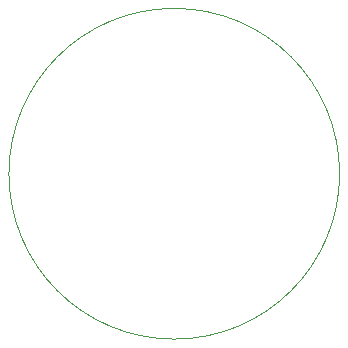
<source format=gbr>
%TF.GenerationSoftware,KiCad,Pcbnew,(5.1.6-0-10_14)*%
%TF.CreationDate,2021-01-01T02:06:57+01:00*%
%TF.ProjectId,lamp10,6c616d70-3130-42e6-9b69-6361645f7063,rev?*%
%TF.SameCoordinates,Original*%
%TF.FileFunction,Profile,NP*%
%FSLAX46Y46*%
G04 Gerber Fmt 4.6, Leading zero omitted, Abs format (unit mm)*
G04 Created by KiCad (PCBNEW (5.1.6-0-10_14)) date 2021-01-01 02:06:57*
%MOMM*%
%LPD*%
G01*
G04 APERTURE LIST*
%TA.AperFunction,Profile*%
%ADD10C,0.100000*%
%TD*%
G04 APERTURE END LIST*
D10*
X54000000Y-30000000D02*
G75*
G03*
X54000000Y-30000000I-14000000J0D01*
G01*
M02*

</source>
